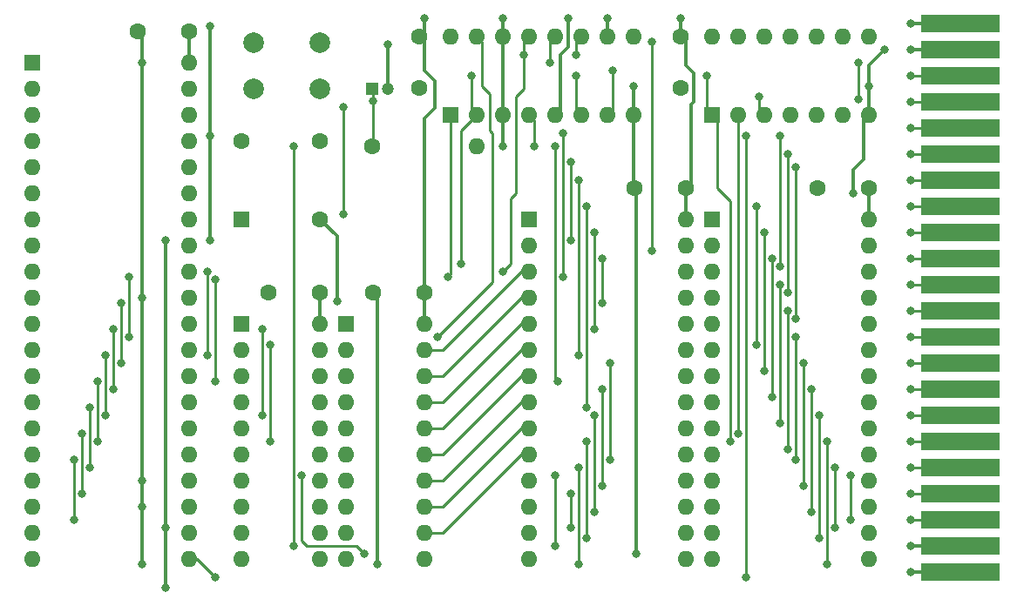
<source format=gbr>
G04 #@! TF.GenerationSoftware,KiCad,Pcbnew,(5.1.8)-1*
G04 #@! TF.CreationDate,2024-04-17T03:42:13-06:00*
G04 #@! TF.ProjectId,Simple_8088,53696d70-6c65-45f3-9830-38382e6b6963,rev?*
G04 #@! TF.SameCoordinates,Original*
G04 #@! TF.FileFunction,Copper,L2,Bot*
G04 #@! TF.FilePolarity,Positive*
%FSLAX46Y46*%
G04 Gerber Fmt 4.6, Leading zero omitted, Abs format (unit mm)*
G04 Created by KiCad (PCBNEW (5.1.8)-1) date 2024-04-17 03:42:13*
%MOMM*%
%LPD*%
G01*
G04 APERTURE LIST*
G04 #@! TA.AperFunction,ConnectorPad*
%ADD10R,7.620000X1.780000*%
G04 #@! TD*
G04 #@! TA.AperFunction,ComponentPad*
%ADD11O,1.600000X1.600000*%
G04 #@! TD*
G04 #@! TA.AperFunction,ComponentPad*
%ADD12C,1.600000*%
G04 #@! TD*
G04 #@! TA.AperFunction,ComponentPad*
%ADD13C,2.000000*%
G04 #@! TD*
G04 #@! TA.AperFunction,ComponentPad*
%ADD14C,1.200000*%
G04 #@! TD*
G04 #@! TA.AperFunction,ComponentPad*
%ADD15R,1.200000X1.200000*%
G04 #@! TD*
G04 #@! TA.AperFunction,ComponentPad*
%ADD16R,1.600000X1.600000*%
G04 #@! TD*
G04 #@! TA.AperFunction,ViaPad*
%ADD17C,0.800000*%
G04 #@! TD*
G04 #@! TA.AperFunction,Conductor*
%ADD18C,0.330200*%
G04 #@! TD*
G04 #@! TA.AperFunction,Conductor*
%ADD19C,0.250000*%
G04 #@! TD*
G04 APERTURE END LIST*
D10*
G04 #@! TO.P,J1,22*
G04 #@! TO.N,/5+*
X194310000Y-138430000D03*
G04 #@! TO.P,J1,21*
G04 #@! TO.N,/GND*
X194310000Y-135890000D03*
G04 #@! TO.P,J1,20*
G04 #@! TO.N,/D0*
X194310000Y-133350000D03*
G04 #@! TO.P,J1,19*
G04 #@! TO.N,/D1*
X194310000Y-130810000D03*
G04 #@! TO.P,J1,18*
G04 #@! TO.N,/D2*
X194310000Y-128270000D03*
G04 #@! TO.P,J1,17*
G04 #@! TO.N,/D3*
X194310000Y-125730000D03*
G04 #@! TO.P,J1,16*
G04 #@! TO.N,/D4*
X194310000Y-123190000D03*
G04 #@! TO.P,J1,15*
G04 #@! TO.N,/D5*
X194310000Y-120650000D03*
G04 #@! TO.P,J1,14*
G04 #@! TO.N,/D6*
X194310000Y-118110000D03*
G04 #@! TO.P,J1,13*
G04 #@! TO.N,/D7*
X194310000Y-115570000D03*
G04 #@! TO.P,J1,12*
G04 #@! TO.N,/A0*
X194310000Y-113030000D03*
G04 #@! TO.P,J1,11*
G04 #@! TO.N,/A1*
X194310000Y-110490000D03*
G04 #@! TO.P,J1,10*
G04 #@! TO.N,/A2*
X194310000Y-107950000D03*
G04 #@! TO.P,J1,9*
G04 #@! TO.N,/A3*
X194310000Y-105410000D03*
G04 #@! TO.P,J1,8*
G04 #@! TO.N,/A4*
X194310000Y-102870000D03*
G04 #@! TO.P,J1,7*
G04 #@! TO.N,/A5*
X194310000Y-100330000D03*
G04 #@! TO.P,J1,6*
G04 #@! TO.N,/A6*
X194310000Y-97790000D03*
G04 #@! TO.P,J1,5*
G04 #@! TO.N,/A7*
X194310000Y-95250000D03*
G04 #@! TO.P,J1,4*
G04 #@! TO.N,/IOWR*
X194310000Y-92710000D03*
G04 #@! TO.P,J1,3*
G04 #@! TO.N,/IORD*
X194310000Y-90170000D03*
G04 #@! TO.P,J1,2*
G04 #@! TO.N,/GND*
X194310000Y-87630000D03*
G04 #@! TO.P,J1,1*
G04 #@! TO.N,/5+*
X194310000Y-85090000D03*
G04 #@! TD*
D11*
G04 #@! TO.P,R1,2*
G04 #@! TO.N,/5+*
X147320000Y-97028000D03*
D12*
G04 #@! TO.P,R1,1*
G04 #@! TO.N,/RESET*
X137160000Y-97028000D03*
G04 #@! TD*
D13*
G04 #@! TO.P,SW1,1*
G04 #@! TO.N,/GND*
X132080000Y-86940000D03*
G04 #@! TO.P,SW1,2*
G04 #@! TO.N,/RESET*
X132080000Y-91440000D03*
G04 #@! TO.P,SW1,1*
G04 #@! TO.N,/GND*
X125580000Y-86940000D03*
G04 #@! TO.P,SW1,2*
G04 #@! TO.N,/RESET*
X125580000Y-91440000D03*
G04 #@! TD*
D14*
G04 #@! TO.P,C8,2*
G04 #@! TO.N,/GND*
X138660000Y-91440000D03*
D15*
G04 #@! TO.P,C8,1*
G04 #@! TO.N,/RESET*
X137160000Y-91440000D03*
G04 #@! TD*
D12*
G04 #@! TO.P,C2,2*
G04 #@! TO.N,/5+*
X141732000Y-86360000D03*
G04 #@! TO.P,C2,1*
G04 #@! TO.N,/GND*
X141732000Y-91360000D03*
G04 #@! TD*
G04 #@! TO.P,X1,4*
G04 #@! TO.N,/GND*
X132080000Y-104140000D03*
G04 #@! TO.P,X1,5*
G04 #@! TO.N,/CLK*
X132080000Y-96520000D03*
G04 #@! TO.P,X1,8*
G04 #@! TO.N,/5+*
X124460000Y-96520000D03*
D16*
G04 #@! TO.P,X1,1*
G04 #@! TO.N,Net-(X1-Pad1)*
X124460000Y-104140000D03*
G04 #@! TD*
D11*
G04 #@! TO.P,U5,14*
G04 #@! TO.N,/5+*
X170180000Y-86360000D03*
G04 #@! TO.P,U5,7*
G04 #@! TO.N,/GND*
X185420000Y-93980000D03*
G04 #@! TO.P,U5,13*
G04 #@! TO.N,N/C*
X172720000Y-86360000D03*
G04 #@! TO.P,U5,6*
X182880000Y-93980000D03*
G04 #@! TO.P,U5,12*
X175260000Y-86360000D03*
G04 #@! TO.P,U5,5*
X180340000Y-93980000D03*
G04 #@! TO.P,U5,11*
X177800000Y-86360000D03*
G04 #@! TO.P,U5,4*
G04 #@! TO.N,/RESET_*
X177800000Y-93980000D03*
G04 #@! TO.P,U5,10*
G04 #@! TO.N,N/C*
X180340000Y-86360000D03*
G04 #@! TO.P,U5,3*
G04 #@! TO.N,/RESET*
X175260000Y-93980000D03*
G04 #@! TO.P,U5,9*
G04 #@! TO.N,N/C*
X182880000Y-86360000D03*
G04 #@! TO.P,U5,2*
G04 #@! TO.N,/A15_*
X172720000Y-93980000D03*
G04 #@! TO.P,U5,8*
G04 #@! TO.N,N/C*
X185420000Y-86360000D03*
D16*
G04 #@! TO.P,U5,1*
G04 #@! TO.N,/A15*
X170180000Y-93980000D03*
G04 #@! TD*
D11*
G04 #@! TO.P,U7,28*
G04 #@! TO.N,/5+*
X185420000Y-104140000D03*
G04 #@! TO.P,U7,14*
G04 #@! TO.N,/GND*
X170180000Y-137160000D03*
G04 #@! TO.P,U7,27*
G04 #@! TO.N,/MWR*
X185420000Y-106680000D03*
G04 #@! TO.P,U7,13*
G04 #@! TO.N,/D2*
X170180000Y-134620000D03*
G04 #@! TO.P,U7,26*
G04 #@! TO.N,/A13*
X185420000Y-109220000D03*
G04 #@! TO.P,U7,12*
G04 #@! TO.N,/D1*
X170180000Y-132080000D03*
G04 #@! TO.P,U7,25*
G04 #@! TO.N,/A8*
X185420000Y-111760000D03*
G04 #@! TO.P,U7,11*
G04 #@! TO.N,/D0*
X170180000Y-129540000D03*
G04 #@! TO.P,U7,24*
G04 #@! TO.N,/A9*
X185420000Y-114300000D03*
G04 #@! TO.P,U7,10*
G04 #@! TO.N,/A0*
X170180000Y-127000000D03*
G04 #@! TO.P,U7,23*
G04 #@! TO.N,/A11*
X185420000Y-116840000D03*
G04 #@! TO.P,U7,9*
G04 #@! TO.N,/A1*
X170180000Y-124460000D03*
G04 #@! TO.P,U7,22*
G04 #@! TO.N,/MRD*
X185420000Y-119380000D03*
G04 #@! TO.P,U7,8*
G04 #@! TO.N,/A2*
X170180000Y-121920000D03*
G04 #@! TO.P,U7,21*
G04 #@! TO.N,/A10*
X185420000Y-121920000D03*
G04 #@! TO.P,U7,7*
G04 #@! TO.N,/A3*
X170180000Y-119380000D03*
G04 #@! TO.P,U7,20*
G04 #@! TO.N,/A15_*
X185420000Y-124460000D03*
G04 #@! TO.P,U7,6*
G04 #@! TO.N,/A4*
X170180000Y-116840000D03*
G04 #@! TO.P,U7,19*
G04 #@! TO.N,/D7*
X185420000Y-127000000D03*
G04 #@! TO.P,U7,5*
G04 #@! TO.N,/A5*
X170180000Y-114300000D03*
G04 #@! TO.P,U7,18*
G04 #@! TO.N,/D6*
X185420000Y-129540000D03*
G04 #@! TO.P,U7,4*
G04 #@! TO.N,/A6*
X170180000Y-111760000D03*
G04 #@! TO.P,U7,17*
G04 #@! TO.N,/D5*
X185420000Y-132080000D03*
G04 #@! TO.P,U7,3*
G04 #@! TO.N,/A7*
X170180000Y-109220000D03*
G04 #@! TO.P,U7,16*
G04 #@! TO.N,/D4*
X185420000Y-134620000D03*
G04 #@! TO.P,U7,2*
G04 #@! TO.N,/A12*
X170180000Y-106680000D03*
G04 #@! TO.P,U7,15*
G04 #@! TO.N,/D3*
X185420000Y-137160000D03*
D16*
G04 #@! TO.P,U7,1*
G04 #@! TO.N,/A14*
X170180000Y-104140000D03*
G04 #@! TD*
D11*
G04 #@! TO.P,U6,28*
G04 #@! TO.N,/5+*
X167640000Y-104140000D03*
G04 #@! TO.P,U6,14*
G04 #@! TO.N,/GND*
X152400000Y-137160000D03*
G04 #@! TO.P,U6,27*
G04 #@! TO.N,/MWR*
X167640000Y-106680000D03*
G04 #@! TO.P,U6,13*
G04 #@! TO.N,/D2*
X152400000Y-134620000D03*
G04 #@! TO.P,U6,26*
G04 #@! TO.N,/A13*
X167640000Y-109220000D03*
G04 #@! TO.P,U6,12*
G04 #@! TO.N,/D1*
X152400000Y-132080000D03*
G04 #@! TO.P,U6,25*
G04 #@! TO.N,/A8*
X167640000Y-111760000D03*
G04 #@! TO.P,U6,11*
G04 #@! TO.N,/D0*
X152400000Y-129540000D03*
G04 #@! TO.P,U6,24*
G04 #@! TO.N,/A9*
X167640000Y-114300000D03*
G04 #@! TO.P,U6,10*
G04 #@! TO.N,/A0*
X152400000Y-127000000D03*
G04 #@! TO.P,U6,23*
G04 #@! TO.N,/A11*
X167640000Y-116840000D03*
G04 #@! TO.P,U6,9*
G04 #@! TO.N,/A1*
X152400000Y-124460000D03*
G04 #@! TO.P,U6,22*
G04 #@! TO.N,/MRD*
X167640000Y-119380000D03*
G04 #@! TO.P,U6,8*
G04 #@! TO.N,/A2*
X152400000Y-121920000D03*
G04 #@! TO.P,U6,21*
G04 #@! TO.N,/A10*
X167640000Y-121920000D03*
G04 #@! TO.P,U6,7*
G04 #@! TO.N,/A3*
X152400000Y-119380000D03*
G04 #@! TO.P,U6,20*
G04 #@! TO.N,/A15*
X167640000Y-124460000D03*
G04 #@! TO.P,U6,6*
G04 #@! TO.N,/A4*
X152400000Y-116840000D03*
G04 #@! TO.P,U6,19*
G04 #@! TO.N,/D7*
X167640000Y-127000000D03*
G04 #@! TO.P,U6,5*
G04 #@! TO.N,/A5*
X152400000Y-114300000D03*
G04 #@! TO.P,U6,18*
G04 #@! TO.N,/D6*
X167640000Y-129540000D03*
G04 #@! TO.P,U6,4*
G04 #@! TO.N,/A6*
X152400000Y-111760000D03*
G04 #@! TO.P,U6,17*
G04 #@! TO.N,/D5*
X167640000Y-132080000D03*
G04 #@! TO.P,U6,3*
G04 #@! TO.N,/A7*
X152400000Y-109220000D03*
G04 #@! TO.P,U6,16*
G04 #@! TO.N,/D4*
X167640000Y-134620000D03*
G04 #@! TO.P,U6,2*
G04 #@! TO.N,/A12*
X152400000Y-106680000D03*
G04 #@! TO.P,U6,15*
G04 #@! TO.N,/D3*
X167640000Y-137160000D03*
D16*
G04 #@! TO.P,U6,1*
G04 #@! TO.N,/A14*
X152400000Y-104140000D03*
G04 #@! TD*
D11*
G04 #@! TO.P,U4,20*
G04 #@! TO.N,/5+*
X132080000Y-114300000D03*
G04 #@! TO.P,U4,10*
G04 #@! TO.N,/GND*
X124460000Y-137160000D03*
G04 #@! TO.P,U4,19*
G04 #@! TO.N,/DEN*
X132080000Y-116840000D03*
G04 #@! TO.P,U4,9*
G04 #@! TO.N,/AD0*
X124460000Y-134620000D03*
G04 #@! TO.P,U4,18*
G04 #@! TO.N,/D7*
X132080000Y-119380000D03*
G04 #@! TO.P,U4,8*
G04 #@! TO.N,/AD1*
X124460000Y-132080000D03*
G04 #@! TO.P,U4,17*
G04 #@! TO.N,/D6*
X132080000Y-121920000D03*
G04 #@! TO.P,U4,7*
G04 #@! TO.N,/AD2*
X124460000Y-129540000D03*
G04 #@! TO.P,U4,16*
G04 #@! TO.N,/D5*
X132080000Y-124460000D03*
G04 #@! TO.P,U4,6*
G04 #@! TO.N,/AD3*
X124460000Y-127000000D03*
G04 #@! TO.P,U4,15*
G04 #@! TO.N,/D4*
X132080000Y-127000000D03*
G04 #@! TO.P,U4,5*
G04 #@! TO.N,/AD4*
X124460000Y-124460000D03*
G04 #@! TO.P,U4,14*
G04 #@! TO.N,/D3*
X132080000Y-129540000D03*
G04 #@! TO.P,U4,4*
G04 #@! TO.N,/AD5*
X124460000Y-121920000D03*
G04 #@! TO.P,U4,13*
G04 #@! TO.N,/D2*
X132080000Y-132080000D03*
G04 #@! TO.P,U4,3*
G04 #@! TO.N,/AD6*
X124460000Y-119380000D03*
G04 #@! TO.P,U4,12*
G04 #@! TO.N,/D1*
X132080000Y-134620000D03*
G04 #@! TO.P,U4,2*
G04 #@! TO.N,/AD7*
X124460000Y-116840000D03*
G04 #@! TO.P,U4,11*
G04 #@! TO.N,/D0*
X132080000Y-137160000D03*
D16*
G04 #@! TO.P,U4,1*
G04 #@! TO.N,/DTR*
X124460000Y-114300000D03*
G04 #@! TD*
D11*
G04 #@! TO.P,U3,20*
G04 #@! TO.N,/5+*
X142240000Y-114300000D03*
G04 #@! TO.P,U3,10*
G04 #@! TO.N,/GND*
X134620000Y-137160000D03*
G04 #@! TO.P,U3,19*
G04 #@! TO.N,/A7*
X142240000Y-116840000D03*
G04 #@! TO.P,U3,9*
G04 #@! TO.N,/AD0*
X134620000Y-134620000D03*
G04 #@! TO.P,U3,18*
G04 #@! TO.N,/A6*
X142240000Y-119380000D03*
G04 #@! TO.P,U3,8*
G04 #@! TO.N,/AD1*
X134620000Y-132080000D03*
G04 #@! TO.P,U3,17*
G04 #@! TO.N,/A5*
X142240000Y-121920000D03*
G04 #@! TO.P,U3,7*
G04 #@! TO.N,/AD2*
X134620000Y-129540000D03*
G04 #@! TO.P,U3,16*
G04 #@! TO.N,/A4*
X142240000Y-124460000D03*
G04 #@! TO.P,U3,6*
G04 #@! TO.N,/AD3*
X134620000Y-127000000D03*
G04 #@! TO.P,U3,15*
G04 #@! TO.N,/A3*
X142240000Y-127000000D03*
G04 #@! TO.P,U3,5*
G04 #@! TO.N,/AD4*
X134620000Y-124460000D03*
G04 #@! TO.P,U3,14*
G04 #@! TO.N,/A2*
X142240000Y-129540000D03*
G04 #@! TO.P,U3,4*
G04 #@! TO.N,/AD5*
X134620000Y-121920000D03*
G04 #@! TO.P,U3,13*
G04 #@! TO.N,/A1*
X142240000Y-132080000D03*
G04 #@! TO.P,U3,3*
G04 #@! TO.N,/AD6*
X134620000Y-119380000D03*
G04 #@! TO.P,U3,12*
G04 #@! TO.N,/A0*
X142240000Y-134620000D03*
G04 #@! TO.P,U3,2*
G04 #@! TO.N,/AD7*
X134620000Y-116840000D03*
G04 #@! TO.P,U3,11*
G04 #@! TO.N,/ALE*
X142240000Y-137160000D03*
D16*
G04 #@! TO.P,U3,1*
G04 #@! TO.N,/HOLDA*
X134620000Y-114300000D03*
G04 #@! TD*
D11*
G04 #@! TO.P,U2,16*
G04 #@! TO.N,/5+*
X144780000Y-86360000D03*
G04 #@! TO.P,U2,8*
G04 #@! TO.N,/GND*
X162560000Y-93980000D03*
G04 #@! TO.P,U2,15*
G04 #@! TO.N,/HOLDA*
X147320000Y-86360000D03*
G04 #@! TO.P,U2,7*
G04 #@! TO.N,/IORD*
X160020000Y-93980000D03*
G04 #@! TO.P,U2,14*
G04 #@! TO.N,/5+*
X149860000Y-86360000D03*
G04 #@! TO.P,U2,6*
G04 #@! TO.N,/RD*
X157480000Y-93980000D03*
G04 #@! TO.P,U2,13*
G04 #@! TO.N,/WR*
X152400000Y-86360000D03*
G04 #@! TO.P,U2,5*
G04 #@! TO.N,/5+*
X154940000Y-93980000D03*
G04 #@! TO.P,U2,12*
G04 #@! TO.N,/IOWR*
X154940000Y-86360000D03*
G04 #@! TO.P,U2,4*
G04 #@! TO.N,/MRD*
X152400000Y-93980000D03*
G04 #@! TO.P,U2,11*
G04 #@! TO.N,/WR*
X157480000Y-86360000D03*
G04 #@! TO.P,U2,3*
G04 #@! TO.N,/5+*
X149860000Y-93980000D03*
G04 #@! TO.P,U2,10*
X160020000Y-86360000D03*
G04 #@! TO.P,U2,2*
G04 #@! TO.N,/RD*
X147320000Y-93980000D03*
G04 #@! TO.P,U2,9*
G04 #@! TO.N,/MWR*
X162560000Y-86360000D03*
D16*
G04 #@! TO.P,U2,1*
G04 #@! TO.N,/IO_M*
X144780000Y-93980000D03*
G04 #@! TD*
D11*
G04 #@! TO.P,U1,40*
G04 #@! TO.N,/5+*
X119380000Y-88900000D03*
G04 #@! TO.P,U1,20*
G04 #@! TO.N,/GND*
X104140000Y-137160000D03*
G04 #@! TO.P,U1,39*
G04 #@! TO.N,/A15*
X119380000Y-91440000D03*
G04 #@! TO.P,U1,19*
G04 #@! TO.N,/CLK*
X104140000Y-134620000D03*
G04 #@! TO.P,U1,38*
G04 #@! TO.N,Net-(U1-Pad38)*
X119380000Y-93980000D03*
G04 #@! TO.P,U1,18*
G04 #@! TO.N,/GND*
X104140000Y-132080000D03*
G04 #@! TO.P,U1,37*
G04 #@! TO.N,Net-(U1-Pad37)*
X119380000Y-96520000D03*
G04 #@! TO.P,U1,17*
G04 #@! TO.N,/GND*
X104140000Y-129540000D03*
G04 #@! TO.P,U1,36*
G04 #@! TO.N,Net-(U1-Pad36)*
X119380000Y-99060000D03*
G04 #@! TO.P,U1,16*
G04 #@! TO.N,/AD0*
X104140000Y-127000000D03*
G04 #@! TO.P,U1,35*
G04 #@! TO.N,Net-(U1-Pad35)*
X119380000Y-101600000D03*
G04 #@! TO.P,U1,15*
G04 #@! TO.N,/AD1*
X104140000Y-124460000D03*
G04 #@! TO.P,U1,34*
G04 #@! TO.N,Net-(U1-Pad34)*
X119380000Y-104140000D03*
G04 #@! TO.P,U1,14*
G04 #@! TO.N,/AD2*
X104140000Y-121920000D03*
G04 #@! TO.P,U1,33*
G04 #@! TO.N,/5+*
X119380000Y-106680000D03*
G04 #@! TO.P,U1,13*
G04 #@! TO.N,/AD3*
X104140000Y-119380000D03*
G04 #@! TO.P,U1,32*
G04 #@! TO.N,/RD*
X119380000Y-109220000D03*
G04 #@! TO.P,U1,12*
G04 #@! TO.N,/AD4*
X104140000Y-116840000D03*
G04 #@! TO.P,U1,31*
G04 #@! TO.N,/GND*
X119380000Y-111760000D03*
G04 #@! TO.P,U1,11*
G04 #@! TO.N,/AD5*
X104140000Y-114300000D03*
G04 #@! TO.P,U1,30*
G04 #@! TO.N,/HOLDA*
X119380000Y-114300000D03*
G04 #@! TO.P,U1,10*
G04 #@! TO.N,/AD6*
X104140000Y-111760000D03*
G04 #@! TO.P,U1,29*
G04 #@! TO.N,/WR*
X119380000Y-116840000D03*
G04 #@! TO.P,U1,9*
G04 #@! TO.N,/AD7*
X104140000Y-109220000D03*
G04 #@! TO.P,U1,28*
G04 #@! TO.N,/IO_M*
X119380000Y-119380000D03*
G04 #@! TO.P,U1,8*
G04 #@! TO.N,/A8*
X104140000Y-106680000D03*
G04 #@! TO.P,U1,27*
G04 #@! TO.N,/DTR*
X119380000Y-121920000D03*
G04 #@! TO.P,U1,7*
G04 #@! TO.N,/A9*
X104140000Y-104140000D03*
G04 #@! TO.P,U1,26*
G04 #@! TO.N,/DEN*
X119380000Y-124460000D03*
G04 #@! TO.P,U1,6*
G04 #@! TO.N,/A10*
X104140000Y-101600000D03*
G04 #@! TO.P,U1,25*
G04 #@! TO.N,/ALE*
X119380000Y-127000000D03*
G04 #@! TO.P,U1,5*
G04 #@! TO.N,/A11*
X104140000Y-99060000D03*
G04 #@! TO.P,U1,24*
G04 #@! TO.N,Net-(U1-Pad24)*
X119380000Y-129540000D03*
G04 #@! TO.P,U1,4*
G04 #@! TO.N,/A12*
X104140000Y-96520000D03*
G04 #@! TO.P,U1,23*
G04 #@! TO.N,/GND*
X119380000Y-132080000D03*
G04 #@! TO.P,U1,3*
G04 #@! TO.N,/A13*
X104140000Y-93980000D03*
G04 #@! TO.P,U1,22*
G04 #@! TO.N,/5+*
X119380000Y-134620000D03*
G04 #@! TO.P,U1,2*
G04 #@! TO.N,/A14*
X104140000Y-91440000D03*
G04 #@! TO.P,U1,21*
G04 #@! TO.N,/RESET_*
X119380000Y-137160000D03*
D16*
G04 #@! TO.P,U1,1*
G04 #@! TO.N,/GND*
X104140000Y-88900000D03*
G04 #@! TD*
D12*
G04 #@! TO.P,C7,2*
G04 #@! TO.N,/5+*
X185420000Y-101092000D03*
G04 #@! TO.P,C7,1*
G04 #@! TO.N,/GND*
X180420000Y-101092000D03*
G04 #@! TD*
G04 #@! TO.P,C6,2*
G04 #@! TO.N,/5+*
X167640000Y-101092000D03*
G04 #@! TO.P,C6,1*
G04 #@! TO.N,/GND*
X162640000Y-101092000D03*
G04 #@! TD*
G04 #@! TO.P,C5,2*
G04 #@! TO.N,/5+*
X167132000Y-86360000D03*
G04 #@! TO.P,C5,1*
G04 #@! TO.N,/GND*
X167132000Y-91360000D03*
G04 #@! TD*
G04 #@! TO.P,C4,2*
G04 #@! TO.N,/5+*
X132080000Y-111252000D03*
G04 #@! TO.P,C4,1*
G04 #@! TO.N,/GND*
X127080000Y-111252000D03*
G04 #@! TD*
G04 #@! TO.P,C3,2*
G04 #@! TO.N,/5+*
X142240000Y-111252000D03*
G04 #@! TO.P,C3,1*
G04 #@! TO.N,/GND*
X137240000Y-111252000D03*
G04 #@! TD*
G04 #@! TO.P,C1,2*
G04 #@! TO.N,/5+*
X119380000Y-85852000D03*
G04 #@! TO.P,C1,1*
G04 #@! TO.N,/GND*
X114380000Y-85852000D03*
G04 #@! TD*
D17*
G04 #@! TO.N,/5+*
X189484000Y-85090000D03*
X167132000Y-84582000D03*
X160020000Y-84582000D03*
X149860000Y-84582000D03*
X142240000Y-84582000D03*
X156210000Y-84582000D03*
X121412000Y-85344000D03*
X121412000Y-106172000D03*
X121412000Y-96012000D03*
X117094000Y-106172000D03*
X117094000Y-134112000D03*
X149860000Y-97028000D03*
X117094000Y-139954000D03*
X189484000Y-138430000D03*
G04 #@! TO.N,/GND*
X137668000Y-137668000D03*
X114808000Y-137668000D03*
X114808000Y-88900000D03*
X114808000Y-129540000D03*
X114808000Y-132080000D03*
X114808000Y-111760000D03*
X189484000Y-87630000D03*
X162560000Y-91186000D03*
X185420000Y-91186000D03*
X186944000Y-87630002D03*
X183896000Y-101600000D03*
X162814000Y-136652000D03*
X189484000Y-135890000D03*
X138684000Y-87122000D03*
X133731000Y-112141000D03*
G04 #@! TO.N,/A15*
X169672000Y-90170000D03*
X171958000Y-125730000D03*
G04 #@! TO.N,/CLK*
X129540000Y-135889992D03*
X129540000Y-97028000D03*
G04 #@! TO.N,/AD0*
X108204000Y-127508000D03*
X108204000Y-133350000D03*
G04 #@! TO.N,/AD1*
X108966000Y-124968000D03*
X108966000Y-130810000D03*
G04 #@! TO.N,/AD2*
X109728000Y-122428000D03*
X109728000Y-128270000D03*
G04 #@! TO.N,/AD3*
X110490000Y-119888000D03*
X110490000Y-125730000D03*
G04 #@! TO.N,/RD*
X145796000Y-108458000D03*
X146812000Y-90170000D03*
X156972000Y-90170000D03*
G04 #@! TO.N,/AD4*
X111252000Y-117348000D03*
X111252000Y-123190000D03*
G04 #@! TO.N,/AD5*
X112014000Y-114808000D03*
X112014000Y-120650000D03*
G04 #@! TO.N,/HOLDA*
X143510000Y-115570000D03*
G04 #@! TO.N,/AD6*
X112776000Y-112268000D03*
X112776000Y-118110000D03*
G04 #@! TO.N,/WR*
X121158000Y-117348000D03*
X121158000Y-109220000D03*
X149860000Y-109220000D03*
X156972000Y-88138000D03*
X151892000Y-88138000D03*
G04 #@! TO.N,/AD7*
X113538000Y-109728000D03*
X113538000Y-115570000D03*
G04 #@! TO.N,/IO_M*
X121920000Y-119888000D03*
X121920000Y-109982000D03*
X144526000Y-109728000D03*
G04 #@! TO.N,/A8*
X159512000Y-107950000D03*
X159512000Y-112268000D03*
G04 #@! TO.N,/DTR*
X126492000Y-123190000D03*
X126492000Y-114808000D03*
G04 #@! TO.N,/A9*
X158750000Y-105410000D03*
X158750000Y-114808000D03*
G04 #@! TO.N,/DEN*
X127254000Y-116332000D03*
X127254000Y-125730000D03*
G04 #@! TO.N,/A10*
X157988000Y-102870000D03*
X157988000Y-122428000D03*
G04 #@! TO.N,/ALE*
X136398000Y-136652000D03*
X130302000Y-129032000D03*
G04 #@! TO.N,/A11*
X157226000Y-100330000D03*
X157226000Y-117348000D03*
G04 #@! TO.N,/A12*
X156464000Y-106172000D03*
X156464000Y-98552000D03*
G04 #@! TO.N,/A13*
X155702000Y-109728000D03*
X155702000Y-95758000D03*
G04 #@! TO.N,/A14*
X134366000Y-103632000D03*
X134366000Y-93218000D03*
G04 #@! TO.N,/RESET_*
X173482000Y-96012000D03*
X173482000Y-138938000D03*
X121920000Y-138938000D03*
G04 #@! TO.N,/IORD*
X189484000Y-90170000D03*
X160528000Y-89662000D03*
G04 #@! TO.N,/IOWR*
X189484000Y-92710000D03*
X154432000Y-88900000D03*
X184404000Y-88900000D03*
X184404000Y-92456000D03*
G04 #@! TO.N,/MRD*
X155194000Y-119888000D03*
X152908000Y-97028000D03*
X154940000Y-97028000D03*
G04 #@! TO.N,/MWR*
X164338000Y-107188000D03*
X164338000Y-86868000D03*
G04 #@! TO.N,/A7*
X189484000Y-95250000D03*
X176784000Y-108712000D03*
X176784000Y-96012000D03*
G04 #@! TO.N,/A6*
X189484000Y-97790000D03*
X177546000Y-111252000D03*
X177546000Y-97790000D03*
G04 #@! TO.N,/A5*
X189484000Y-100330000D03*
X178308000Y-113792000D03*
X178308000Y-99060000D03*
G04 #@! TO.N,/A4*
X174498000Y-102870000D03*
X174498000Y-116332000D03*
X189484000Y-102870000D03*
G04 #@! TO.N,/A3*
X175260000Y-105410000D03*
X175260000Y-118872000D03*
X189484000Y-105410000D03*
G04 #@! TO.N,/A2*
X176022000Y-107950000D03*
X176022000Y-121412000D03*
X189484000Y-107950000D03*
G04 #@! TO.N,/A1*
X176784000Y-110490000D03*
X176784000Y-123952000D03*
X189484000Y-110490000D03*
G04 #@! TO.N,/A0*
X177546000Y-113030000D03*
X177546000Y-126492000D03*
X189484000Y-113030000D03*
G04 #@! TO.N,/D7*
X160274000Y-118110000D03*
X160274000Y-127508000D03*
X178308000Y-115570000D03*
X178308000Y-127508000D03*
X189484000Y-115570000D03*
G04 #@! TO.N,/D6*
X159512000Y-130048000D03*
X159512000Y-120650000D03*
X179070000Y-118110000D03*
X179070000Y-130048000D03*
X189484000Y-118110000D03*
G04 #@! TO.N,/D5*
X158750000Y-132588000D03*
X158750000Y-123190000D03*
X179832000Y-120650000D03*
X179832000Y-132588000D03*
X189484000Y-120650000D03*
G04 #@! TO.N,/D4*
X157988000Y-135128000D03*
X157988000Y-125730000D03*
X180594000Y-123190000D03*
X180594000Y-135128000D03*
X189484000Y-123190000D03*
G04 #@! TO.N,/D3*
X157226000Y-137668000D03*
X157226000Y-128270000D03*
X181356000Y-125730000D03*
X181356000Y-137668000D03*
X189484000Y-125730000D03*
G04 #@! TO.N,/D2*
X156464000Y-130810000D03*
X156464000Y-134112000D03*
X182118000Y-128270000D03*
X182118000Y-134112000D03*
X189484000Y-128270000D03*
G04 #@! TO.N,/D1*
X189484000Y-130810000D03*
G04 #@! TO.N,/D0*
X154940000Y-135890000D03*
X154940000Y-129032000D03*
X183642000Y-133350000D03*
X183642000Y-129032000D03*
X189484000Y-133350000D03*
G04 #@! TO.N,/RESET*
X137184000Y-92686000D03*
X174752000Y-92202000D03*
G04 #@! TO.N,/A15_*
X172720000Y-124968000D03*
G04 #@! TD*
D18*
G04 #@! TO.N,/5+*
X142240000Y-111252000D02*
X142240000Y-114300000D01*
X132080000Y-111252000D02*
X132080000Y-114300000D01*
X149860000Y-86360000D02*
X149860000Y-87884000D01*
X119380000Y-85852000D02*
X119380000Y-88900000D01*
X189484000Y-85090000D02*
X194310000Y-85090000D01*
X142240000Y-94334998D02*
X143256000Y-93318998D01*
X142240000Y-111252000D02*
X142240000Y-94334998D01*
X143256000Y-93318998D02*
X143256000Y-90678000D01*
X143256000Y-90678000D02*
X142240000Y-89662000D01*
X142240000Y-86868000D02*
X141732000Y-86360000D01*
X142240000Y-89662000D02*
X142240000Y-86868000D01*
X149860000Y-87884000D02*
X149860000Y-93980000D01*
X141732000Y-86360000D02*
X142240000Y-85852000D01*
X142240000Y-85852000D02*
X142240000Y-84582000D01*
X149860000Y-86360000D02*
X149860000Y-84582000D01*
X160020000Y-86360000D02*
X160020000Y-84582000D01*
X167132000Y-86360000D02*
X167132000Y-84582000D01*
X154940000Y-93980000D02*
X155448000Y-93472000D01*
X155448000Y-93472000D02*
X155448000Y-88138000D01*
X155448000Y-88138000D02*
X156210000Y-87376000D01*
X156210000Y-87376000D02*
X156210000Y-84582000D01*
X121412000Y-85344000D02*
X121412000Y-96012000D01*
X121412000Y-96012000D02*
X121412000Y-106172000D01*
X117094000Y-106172000D02*
X117094000Y-134112000D01*
X149860000Y-93980000D02*
X149860000Y-97028000D01*
X167640000Y-101092000D02*
X167640000Y-104140000D01*
X185420000Y-101092000D02*
X185420000Y-104140000D01*
X167640000Y-86868000D02*
X167132000Y-86360000D01*
X167640000Y-89154000D02*
X167640000Y-86868000D01*
X168402000Y-92710000D02*
X168402000Y-89916000D01*
X168148000Y-92964000D02*
X168402000Y-92710000D01*
X168402000Y-89916000D02*
X167640000Y-89154000D01*
X168148000Y-100584000D02*
X168148000Y-92964000D01*
X167640000Y-101092000D02*
X168148000Y-100584000D01*
X117094000Y-139954000D02*
X117094000Y-134112000D01*
X189484000Y-138430000D02*
X194310000Y-138430000D01*
G04 #@! TO.N,/GND*
X137240000Y-111252000D02*
X137240000Y-111332000D01*
X137240000Y-111332000D02*
X137668000Y-111760000D01*
X137668000Y-111760000D02*
X137668000Y-137668000D01*
X114380000Y-85852000D02*
X114380000Y-85932000D01*
X114380000Y-85932000D02*
X114808000Y-86360000D01*
X114808000Y-86360000D02*
X114808000Y-137668000D01*
X189484000Y-87630000D02*
X194310000Y-87630000D01*
X185420000Y-91186000D02*
X185420000Y-93980000D01*
X162560000Y-91186000D02*
X162560000Y-93980000D01*
X186943998Y-87630002D02*
X186944000Y-87630002D01*
X185420000Y-89154000D02*
X186943998Y-87630002D01*
X185420000Y-91186000D02*
X185420000Y-89154000D01*
X185420000Y-93980000D02*
X184912000Y-94488000D01*
X184912000Y-94488000D02*
X184912000Y-98298000D01*
X184912000Y-98298000D02*
X183896000Y-99314000D01*
X183896000Y-99314000D02*
X183896000Y-101600000D01*
X162560000Y-101012000D02*
X162640000Y-101092000D01*
X162560000Y-93980000D02*
X162560000Y-101012000D01*
X162640000Y-101092000D02*
X162640000Y-101172000D01*
X162640000Y-101172000D02*
X162814000Y-101346000D01*
X162814000Y-101346000D02*
X162814000Y-136652000D01*
X189484000Y-135890000D02*
X194310000Y-135890000D01*
X138684000Y-87122000D02*
X138684000Y-91440000D01*
X133731000Y-105791000D02*
X132080000Y-104140000D01*
X133731000Y-112141000D02*
X133731000Y-105791000D01*
D19*
G04 #@! TO.N,/A15*
X169672000Y-93472000D02*
X170180000Y-93980000D01*
X169672000Y-90170000D02*
X169672000Y-93472000D01*
X171958000Y-125730000D02*
X171958000Y-102362000D01*
X171958000Y-102362000D02*
X170688000Y-101092000D01*
X170688000Y-94488000D02*
X170180000Y-93980000D01*
X170688000Y-101092000D02*
X170688000Y-94488000D01*
G04 #@! TO.N,/CLK*
X129540000Y-135889992D02*
X129540000Y-97028000D01*
G04 #@! TO.N,/AD0*
X108204000Y-127508000D02*
X108204000Y-133350000D01*
G04 #@! TO.N,/AD1*
X108966000Y-124968000D02*
X108966000Y-130810000D01*
G04 #@! TO.N,/AD2*
X109728000Y-122428000D02*
X109728000Y-128270000D01*
G04 #@! TO.N,/AD3*
X110490000Y-125730000D02*
X110490000Y-119888000D01*
G04 #@! TO.N,/RD*
X147320000Y-93980000D02*
X145796000Y-95504000D01*
X145796000Y-95504000D02*
X145796000Y-108458000D01*
X146812000Y-93472000D02*
X146812000Y-90170000D01*
X147320000Y-93980000D02*
X146812000Y-93472000D01*
X146812000Y-90170000D02*
X146812000Y-90170000D01*
X156972000Y-93472000D02*
X156972000Y-90170000D01*
X157480000Y-93980000D02*
X156972000Y-93472000D01*
G04 #@! TO.N,/AD4*
X111252000Y-117348000D02*
X111252000Y-123190000D01*
G04 #@! TO.N,/AD5*
X112014000Y-120650000D02*
X112014000Y-114808000D01*
G04 #@! TO.N,/HOLDA*
X147320000Y-86360000D02*
X147828000Y-86868000D01*
X147828000Y-86868000D02*
X147828000Y-91186000D01*
X147828000Y-91186000D02*
X148590000Y-91948000D01*
X148590000Y-91948000D02*
X148590000Y-95504000D01*
X148590000Y-95504000D02*
X148844000Y-95758000D01*
X148844000Y-95758000D02*
X148844000Y-110236000D01*
X148844000Y-110236000D02*
X143510000Y-115570000D01*
G04 #@! TO.N,/AD6*
X112776000Y-118110000D02*
X112776000Y-112268000D01*
G04 #@! TO.N,/WR*
X121158000Y-117348000D02*
X121158000Y-109220000D01*
X152400000Y-86360000D02*
X151892000Y-86868000D01*
X151892000Y-86868000D02*
X151892000Y-91440000D01*
X151892000Y-91440000D02*
X151130000Y-92202000D01*
X151130000Y-92202000D02*
X151130000Y-101600000D01*
X151130000Y-101600000D02*
X150622000Y-102108000D01*
X150622000Y-102108000D02*
X150622000Y-108458000D01*
X150622000Y-108458000D02*
X149860000Y-109220000D01*
X156972000Y-86868000D02*
X156972000Y-88138000D01*
X157480000Y-86360000D02*
X156972000Y-86868000D01*
G04 #@! TO.N,/AD7*
X113538000Y-109728000D02*
X113538000Y-115570000D01*
G04 #@! TO.N,/IO_M*
X121920000Y-119888000D02*
X121920000Y-109982000D01*
X144780000Y-109474000D02*
X144526000Y-109728000D01*
X144780000Y-93980000D02*
X144780000Y-109474000D01*
G04 #@! TO.N,/A8*
X159512000Y-107950000D02*
X159512000Y-112268000D01*
G04 #@! TO.N,/DTR*
X126492000Y-123190000D02*
X126492000Y-114808000D01*
G04 #@! TO.N,/A9*
X158750000Y-105410000D02*
X158750000Y-114808000D01*
G04 #@! TO.N,/DEN*
X127254000Y-116332000D02*
X127254000Y-125730000D01*
G04 #@! TO.N,/A10*
X157988000Y-102870000D02*
X157988000Y-122428000D01*
G04 #@! TO.N,/ALE*
X136398000Y-136652000D02*
X135636000Y-135890000D01*
X135636000Y-135890000D02*
X130810000Y-135890000D01*
X130810000Y-135890000D02*
X130302000Y-135382000D01*
X130302000Y-135382000D02*
X130302000Y-129032000D01*
G04 #@! TO.N,/A11*
X157226000Y-100330000D02*
X157226000Y-117348000D01*
G04 #@! TO.N,/A12*
X156464000Y-98552000D02*
X156464000Y-106172000D01*
G04 #@! TO.N,/A13*
X155702000Y-109728000D02*
X155702000Y-95758000D01*
G04 #@! TO.N,/A14*
X134366000Y-103632000D02*
X134366000Y-93218000D01*
G04 #@! TO.N,/RESET_*
X173482000Y-96012000D02*
X173482000Y-138938000D01*
X120142000Y-137160000D02*
X121920000Y-138938000D01*
X119380000Y-137160000D02*
X120142000Y-137160000D01*
G04 #@! TO.N,/IORD*
X189484000Y-90170000D02*
X194310000Y-90170000D01*
X160528000Y-93472000D02*
X160528000Y-89662000D01*
X160020000Y-93980000D02*
X160528000Y-93472000D01*
G04 #@! TO.N,/IOWR*
X189484000Y-92710000D02*
X194310000Y-92710000D01*
X154940000Y-86360000D02*
X154432000Y-86868000D01*
X154432000Y-86868000D02*
X154432000Y-88900000D01*
X184404000Y-88900000D02*
X184404000Y-92456000D01*
G04 #@! TO.N,/MRD*
X155194000Y-119888000D02*
X154940000Y-119634000D01*
X154940000Y-119634000D02*
X154940000Y-97028000D01*
X152400000Y-93980000D02*
X152908000Y-94488000D01*
X152908000Y-94488000D02*
X152908000Y-97028000D01*
G04 #@! TO.N,/MWR*
X164338000Y-107188000D02*
X164338000Y-86868000D01*
G04 #@! TO.N,/A7*
X142240000Y-116840000D02*
X144018000Y-116840000D01*
X144018000Y-116840000D02*
X151638000Y-109220000D01*
X151638000Y-109220000D02*
X152400000Y-109220000D01*
X189484000Y-95250000D02*
X194310000Y-95250000D01*
X176784000Y-108712000D02*
X176784000Y-96012000D01*
G04 #@! TO.N,/A6*
X151638000Y-111760000D02*
X152400000Y-111760000D01*
X142240000Y-119380000D02*
X144018000Y-119380000D01*
X144018000Y-119380000D02*
X151638000Y-111760000D01*
X189484000Y-97790000D02*
X194310000Y-97790000D01*
X177546000Y-111252000D02*
X177546000Y-97790000D01*
G04 #@! TO.N,/A5*
X142240000Y-121920000D02*
X144018000Y-121920000D01*
X144018000Y-121920000D02*
X151638000Y-114300000D01*
X151638000Y-114300000D02*
X152400000Y-114300000D01*
X189484000Y-100330000D02*
X194310000Y-100330000D01*
X178308000Y-113792000D02*
X178308000Y-99060000D01*
G04 #@! TO.N,/A4*
X144018000Y-124460000D02*
X151638000Y-116840000D01*
X142240000Y-124460000D02*
X144018000Y-124460000D01*
X151638000Y-116840000D02*
X152400000Y-116840000D01*
X174498000Y-102870000D02*
X174498000Y-116332000D01*
X189484000Y-102870000D02*
X194310000Y-102870000D01*
G04 #@! TO.N,/A3*
X144018000Y-127000000D02*
X151638000Y-119380000D01*
X142240000Y-127000000D02*
X144018000Y-127000000D01*
X151638000Y-119380000D02*
X152400000Y-119380000D01*
X175260000Y-105410000D02*
X175260000Y-118872000D01*
X189484000Y-105410000D02*
X194310000Y-105410000D01*
G04 #@! TO.N,/A2*
X142240000Y-129540000D02*
X144018000Y-129540000D01*
X144018000Y-129540000D02*
X151638000Y-121920000D01*
X151638000Y-121920000D02*
X152400000Y-121920000D01*
X176022000Y-107950000D02*
X176022000Y-121412000D01*
X189484000Y-107950000D02*
X194310000Y-107950000D01*
G04 #@! TO.N,/A1*
X142240000Y-132080000D02*
X144018000Y-132080000D01*
X144018000Y-132080000D02*
X151638000Y-124460000D01*
X151638000Y-124460000D02*
X152400000Y-124460000D01*
X176784000Y-110490000D02*
X176784000Y-123952000D01*
X189484000Y-110490000D02*
X194310000Y-110490000D01*
G04 #@! TO.N,/A0*
X151638000Y-127000000D02*
X152400000Y-127000000D01*
X144018000Y-134620000D02*
X151638000Y-127000000D01*
X142240000Y-134620000D02*
X144018000Y-134620000D01*
X177546000Y-113030000D02*
X177546000Y-126492000D01*
X189484000Y-113030000D02*
X194310000Y-113030000D01*
G04 #@! TO.N,/D7*
X160274000Y-118110000D02*
X160274000Y-127508000D01*
X178308000Y-115570000D02*
X178308000Y-127508000D01*
X189484000Y-115570000D02*
X194310000Y-115570000D01*
G04 #@! TO.N,/D6*
X159512000Y-120650000D02*
X159512000Y-130048000D01*
X179070000Y-118110000D02*
X179070000Y-130048000D01*
X189484000Y-118110000D02*
X194310000Y-118110000D01*
G04 #@! TO.N,/D5*
X158750000Y-123190000D02*
X158750000Y-132588000D01*
X179832000Y-120650000D02*
X179832000Y-132588000D01*
X189484000Y-120650000D02*
X194310000Y-120650000D01*
G04 #@! TO.N,/D4*
X157988000Y-125730000D02*
X157988000Y-135128000D01*
X180594000Y-123190000D02*
X180594000Y-135128000D01*
X189484000Y-123190000D02*
X194310000Y-123190000D01*
G04 #@! TO.N,/D3*
X157226000Y-128270000D02*
X157226000Y-137668000D01*
X181356000Y-125730000D02*
X181356000Y-137668000D01*
X189484000Y-125730000D02*
X194310000Y-125730000D01*
G04 #@! TO.N,/D2*
X156464000Y-130810000D02*
X156464000Y-134112000D01*
X182118000Y-128270000D02*
X182118000Y-134112000D01*
X189484000Y-128270000D02*
X194310000Y-128270000D01*
G04 #@! TO.N,/D1*
X189484000Y-130810000D02*
X194310000Y-130810000D01*
G04 #@! TO.N,/D0*
X154940000Y-135890000D02*
X154940000Y-129032000D01*
X183642000Y-133350000D02*
X183642000Y-129032000D01*
X189484000Y-133350000D02*
X194310000Y-133350000D01*
G04 #@! TO.N,/RESET*
X137184000Y-97004000D02*
X137160000Y-97028000D01*
X137184000Y-91440000D02*
X137184000Y-92686000D01*
X137184000Y-92686000D02*
X137184000Y-97004000D01*
X174752000Y-93472000D02*
X175260000Y-93980000D01*
X174752000Y-92202000D02*
X174752000Y-93472000D01*
G04 #@! TO.N,/A15_*
X172720000Y-124968000D02*
X172720000Y-93980000D01*
G04 #@! TD*
M02*

</source>
